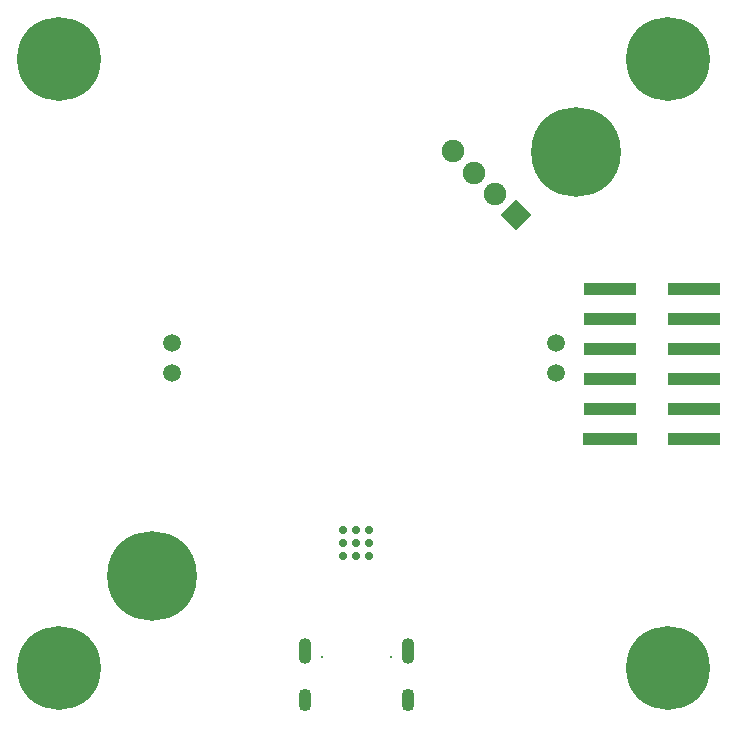
<source format=gbr>
%TF.GenerationSoftware,Altium Limited,Altium Designer,24.2.2 (26)*%
G04 Layer_Color=16711935*
%FSLAX45Y45*%
%MOMM*%
%TF.SameCoordinates,D31C6D6D-B6E9-44EC-8E0F-9CDDCF0E9FEB*%
%TF.FilePolarity,Negative*%
%TF.FileFunction,Soldermask,Bot*%
%TF.Part,Single*%
G01*
G75*
%TA.AperFunction,SMDPad,CuDef*%
%ADD82R,4.60000X1.10000*%
%ADD83R,4.42000X1.10000*%
%TA.AperFunction,ViaPad*%
%ADD116C,7.60000*%
%ADD117C,7.10000*%
%TA.AperFunction,ComponentPad*%
%ADD118C,1.50000*%
%ADD119O,1.10000X1.90000*%
%ADD120C,0.20320*%
%ADD121O,1.10000X2.20000*%
%ADD122C,1.90320*%
%ADD123P,2.69153X4X180.0*%
%TA.AperFunction,ViaPad*%
%ADD124C,0.70320*%
D82*
X5261400Y2540000D02*
D03*
D83*
Y2794000D02*
D03*
Y3048000D02*
D03*
Y3302000D02*
D03*
Y3556000D02*
D03*
Y3810000D02*
D03*
X5965400D02*
D03*
Y3556000D02*
D03*
Y3302000D02*
D03*
Y3048000D02*
D03*
Y2794000D02*
D03*
Y2540000D02*
D03*
D116*
X1378941Y1378941D02*
D03*
X4971059Y4971059D02*
D03*
D117*
X5753100Y596900D02*
D03*
Y5753100D02*
D03*
X596900D02*
D03*
Y596900D02*
D03*
D118*
X1550200Y3098800D02*
D03*
Y3352800D02*
D03*
X4799800Y3098800D02*
D03*
Y3352800D02*
D03*
D119*
X2679500Y324300D02*
D03*
X3543500D02*
D03*
D120*
X2822500Y692300D02*
D03*
X3400500D02*
D03*
D121*
X3543500Y742300D02*
D03*
X2679500D02*
D03*
D122*
X3925035Y4972585D02*
D03*
X4104640Y4792980D02*
D03*
X4284245Y4613375D02*
D03*
D123*
X4463850Y4433770D02*
D03*
D124*
X3001500Y1547350D02*
D03*
Y1657350D02*
D03*
Y1767350D02*
D03*
X3111500Y1547350D02*
D03*
Y1657350D02*
D03*
Y1767350D02*
D03*
X3221500Y1547350D02*
D03*
Y1657350D02*
D03*
Y1767350D02*
D03*
%TF.MD5,36fedd6853d14d513dbe8fc0caf50403*%
M02*

</source>
